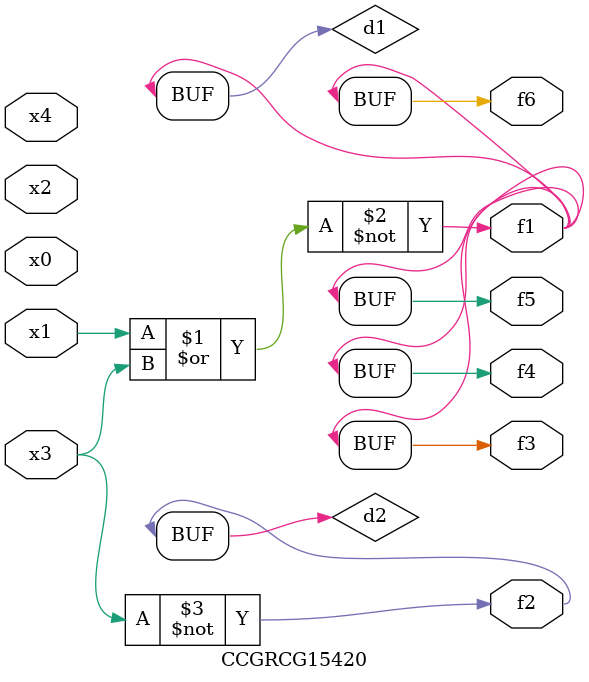
<source format=v>
module CCGRCG15420(
	input x0, x1, x2, x3, x4,
	output f1, f2, f3, f4, f5, f6
);

	wire d1, d2;

	nor (d1, x1, x3);
	not (d2, x3);
	assign f1 = d1;
	assign f2 = d2;
	assign f3 = d1;
	assign f4 = d1;
	assign f5 = d1;
	assign f6 = d1;
endmodule

</source>
